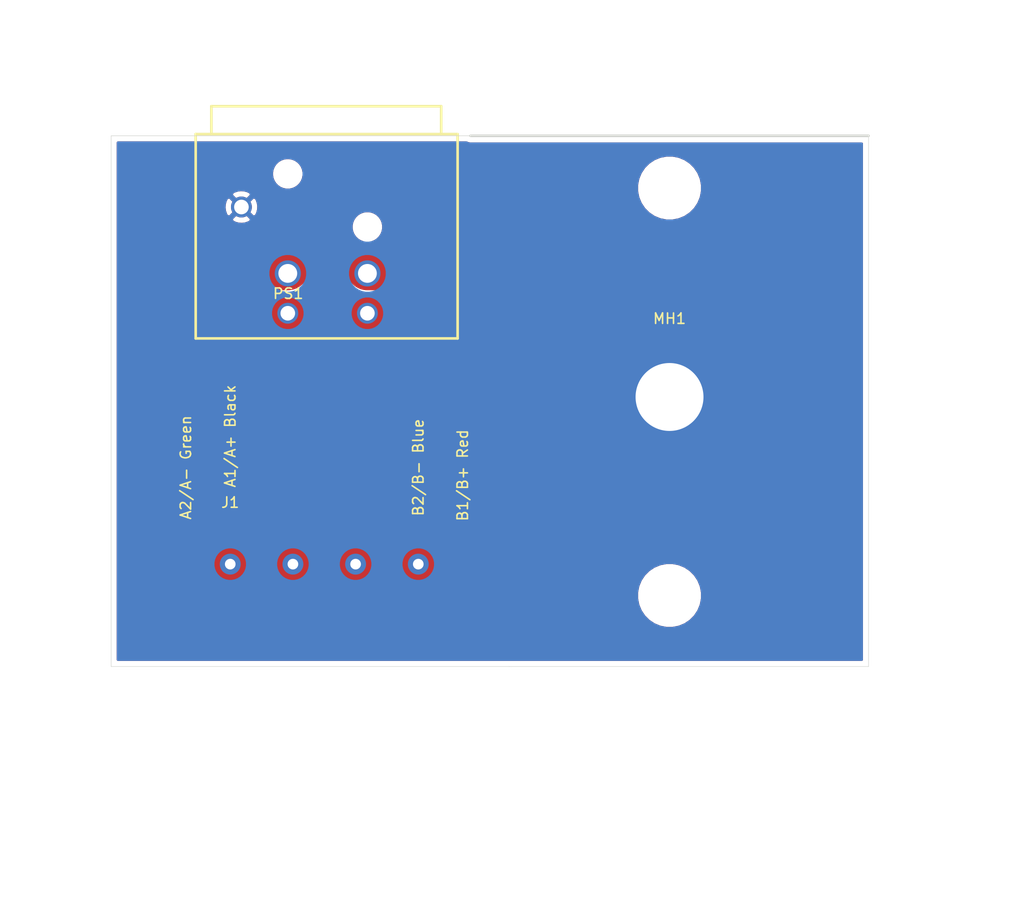
<source format=kicad_pcb>
(kicad_pcb (version 20171130) (host pcbnew "(5.1.10)-1")

  (general
    (thickness 1.6)
    (drawings 10)
    (tracks 16)
    (zones 0)
    (modules 3)
    (nets 6)
  )

  (page A4)
  (layers
    (0 F.Cu signal)
    (31 B.Cu signal)
    (32 B.Adhes user)
    (33 F.Adhes user)
    (34 B.Paste user)
    (35 F.Paste user)
    (36 B.SilkS user)
    (37 F.SilkS user)
    (38 B.Mask user)
    (39 F.Mask user)
    (40 Dwgs.User user)
    (41 Cmts.User user)
    (42 Eco1.User user)
    (43 Eco2.User user)
    (44 Edge.Cuts user)
    (45 Margin user)
    (46 B.CrtYd user)
    (47 F.CrtYd user)
    (48 B.Fab user)
    (49 F.Fab user)
  )

  (setup
    (last_trace_width 0.25)
    (user_trace_width 4)
    (trace_clearance 0.2)
    (zone_clearance 0.508)
    (zone_45_only no)
    (trace_min 0.2)
    (via_size 0.8)
    (via_drill 0.4)
    (via_min_size 0.4)
    (via_min_drill 0.3)
    (uvia_size 0.3)
    (uvia_drill 0.1)
    (uvias_allowed no)
    (uvia_min_size 0.2)
    (uvia_min_drill 0.1)
    (edge_width 0.05)
    (segment_width 0.2)
    (pcb_text_width 0.3)
    (pcb_text_size 1.5 1.5)
    (mod_edge_width 0.12)
    (mod_text_size 1 1)
    (mod_text_width 0.15)
    (pad_size 13 13)
    (pad_drill 6.5)
    (pad_to_mask_clearance 0)
    (aux_axis_origin 0 0)
    (visible_elements 7FFFFFFF)
    (pcbplotparams
      (layerselection 0x010fc_ffffffff)
      (usegerberextensions false)
      (usegerberattributes true)
      (usegerberadvancedattributes true)
      (creategerberjobfile true)
      (excludeedgelayer true)
      (linewidth 0.100000)
      (plotframeref false)
      (viasonmask false)
      (mode 1)
      (useauxorigin false)
      (hpglpennumber 1)
      (hpglpenspeed 20)
      (hpglpendiameter 15.000000)
      (psnegative false)
      (psa4output false)
      (plotreference true)
      (plotvalue true)
      (plotinvisibletext false)
      (padsonsilk false)
      (subtractmaskfromsilk false)
      (outputformat 1)
      (mirror false)
      (drillshape 0)
      (scaleselection 1)
      (outputdirectory "C:/Users/rdm8/Documents/GitHub/LiftingCircuit-Enclosure/Stepper_to_XLR_4/Stepper_to_XLR4_02/Gerber/Right/"))
  )

  (net 0 "")
  (net 1 "Net-(J1-Pad4)")
  (net 2 "Net-(J1-Pad3)")
  (net 3 "Net-(J1-Pad2)")
  (net 4 "Net-(J1-Pad1)")
  (net 5 GND)

  (net_class Default "This is the default net class."
    (clearance 0.2)
    (trace_width 0.25)
    (via_dia 0.8)
    (via_drill 0.4)
    (uvia_dia 0.3)
    (uvia_drill 0.1)
    (add_net GND)
    (add_net "Net-(J1-Pad1)")
    (add_net "Net-(J1-Pad2)")
    (add_net "Net-(J1-Pad3)")
    (add_net "Net-(J1-Pad4)")
  )

  (module MountingHole:MountingHole_6.5mm_Pad (layer F.Cu) (tedit 56D1B4CB) (tstamp 638959CC)
    (at 19.05 25)
    (descr "Mounting Hole 6.5mm")
    (tags "mounting hole 6.5mm")
    (path /62066693)
    (attr virtual)
    (fp_text reference MH1 (at 0 -7.5) (layer F.SilkS)
      (effects (font (size 1 1) (thickness 0.15)))
    )
    (fp_text value MountingHole (at 0 7.5) (layer F.Fab)
      (effects (font (size 1 1) (thickness 0.15)))
    )
    (fp_text user %R (at 0.3 0) (layer F.Fab)
      (effects (font (size 1 1) (thickness 0.15)))
    )
    (fp_circle (center 0 0) (end 6.5 0) (layer Cmts.User) (width 0.15))
    (fp_circle (center 0 0) (end 6.75 0) (layer F.CrtYd) (width 0.05))
    (pad 1 thru_hole circle (at 0 0) (size 13 13) (drill 6.5) (layers *.Cu *.Mask)
      (net 5 GND))
  )

  (module "Connector:1x4 Hole Header_4mm" (layer F.Cu) (tedit 62058BCD) (tstamp 63742A7C)
    (at -23 41)
    (path /6206135C)
    (fp_text reference J1 (at 0 -5.9) (layer F.SilkS)
      (effects (font (size 1 1) (thickness 0.15)))
    )
    (fp_text value Conn_01x04_Female (at -8 -9.75 90) (layer F.Fab)
      (effects (font (size 1 1) (thickness 0.15)))
    )
    (pad 4 thru_hole circle (at 18 0) (size 2 2) (drill 1.02) (layers *.Cu *.Mask)
      (net 1 "Net-(J1-Pad4)"))
    (pad 3 thru_hole circle (at 12 0) (size 2 2) (drill 1.02) (layers *.Cu *.Mask)
      (net 2 "Net-(J1-Pad3)"))
    (pad 2 thru_hole circle (at 6 0) (size 2 2) (drill 1.02) (layers *.Cu *.Mask)
      (net 3 "Net-(J1-Pad2)"))
    (pad 1 thru_hole circle (at 0 0) (size 2 2) (drill 1.02) (layers *.Cu *.Mask)
      (net 4 "Net-(J1-Pad1)"))
  )

  (module Connector:CONN-TH_NC4FBH_XLR4_Female_RA_Panel (layer F.Cu) (tedit 62057519) (tstamp 63742B6A)
    (at -15.9 11.9 180)
    (path /620637CE)
    (attr smd)
    (fp_text reference PS1 (at 0 -3.207) (layer F.SilkS)
      (effects (font (size 1 1) (thickness 0.15)) (justify right))
    )
    (fp_text value NC4FBH (at 0 -0.667) (layer F.Fab)
      (effects (font (size 1 1) (thickness 0.15)) (justify right))
    )
    (fp_circle (center 10.534 -7.62) (end 10.564 -7.62) (layer Eco2.User) (width 0.06))
    (fp_circle (center 6.03 5.085) (end 6.33 5.085) (layer Eco2.User) (width 0.6))
    (fp_circle (center -6.03 -5.085) (end -5.73 -5.085) (layer Eco2.User) (width 0.6))
    (fp_circle (center -6.03 -1.27) (end -5.63 -1.27) (layer Eco2.User) (width 0.8))
    (fp_circle (center 1.59 -1.27) (end 1.99 -1.27) (layer Eco2.User) (width 0.8))
    (fp_circle (center 1.59 -5.085) (end 1.89 -5.085) (layer Eco2.User) (width 0.6))
    (fp_circle (center -6.03 3.175) (end -5.63 3.175) (layer Eco2.User) (width 0.8))
    (fp_circle (center 1.59 8.255) (end 1.99 8.255) (layer Eco2.User) (width 0.8))
    (fp_line (start -14.793 -7.62) (end 10.534 -7.62) (layer F.CrtYd) (width 0.12))
    (fp_line (start 10.534 -7.62) (end 10.534 14.859) (layer F.CrtYd) (width 0.12))
    (fp_line (start 10.534 14.859) (end -14.793 14.859) (layer F.CrtYd) (width 0.12))
    (fp_line (start -14.793 14.859) (end -14.793 -7.62) (layer F.CrtYd) (width 0.12))
    (fp_line (start -13.093 14.732) (end -13.093 12.065) (layer F.SilkS) (width 0.254))
    (fp_line (start 8.907 14.732) (end 8.907 12.065) (layer F.SilkS) (width 0.254))
    (fp_line (start 10.407 12.065) (end 10.407 -7.493) (layer F.SilkS) (width 0.254))
    (fp_line (start 10.407 -7.493) (end -14.666 -7.493) (layer F.SilkS) (width 0.254))
    (fp_line (start -14.666 -7.493) (end -14.666 12.065) (layer F.SilkS) (width 0.254))
    (fp_line (start 10.407 12.065) (end -14.593 12.065) (layer F.SilkS) (width 0.254))
    (fp_line (start 8.907 14.732) (end -13.093 14.732) (layer F.SilkS) (width 0.254))
    (pad "" np_thru_hole circle (at -6.03 3.175 180) (size 1.8 1.8) (drill 1.8) (layers *.Cu *.Mask))
    (pad "" np_thru_hole circle (at 1.59 8.255 180) (size 1.8 1.8) (drill 1.8) (layers *.Cu *.Mask))
    (pad 5 thru_hole circle (at 6.03 5.085) (size 2 2) (drill 1.4) (layers *.Cu *.Mask)
      (net 5 GND))
    (pad 4 thru_hole circle (at -6.03 -5.085) (size 2 2) (drill 1.4) (layers *.Cu *.Mask)
      (net 1 "Net-(J1-Pad4)"))
    (pad 3 thru_hole circle (at -6.03 -1.27) (size 2.5 2.5) (drill 1.8) (layers *.Cu *.Mask)
      (net 2 "Net-(J1-Pad3)"))
    (pad 2 thru_hole circle (at 1.59 -1.27) (size 2.5 2.5) (drill 1.8) (layers *.Cu *.Mask)
      (net 3 "Net-(J1-Pad2)"))
    (pad 1 thru_hole circle (at 1.59 -5.085) (size 2 2) (drill 1.4) (layers *.Cu *.Mask)
      (net 4 "Net-(J1-Pad1)"))
    (model ${KIPRJMOD}/kicad_lceda.3dshapes/CONN-TH_NC4FBH.step
      (offset (xyz -2.2 -5.653 -4))
      (scale (xyz 1 1 1))
      (rotate (xyz 0 0 0))
    )
    (model ${KIPRJMOD}/kicad_lceda.3dshapes/CONN-TH_NC4FBH.wrl
      (offset (xyz -2.2 -5.653 -4))
      (scale (xyz 1 1 1))
      (rotate (xyz 0 0 0))
    )
  )

  (gr_line (start -34.4 0) (end 0 0) (layer Edge.Cuts) (width 0.05) (tstamp 63742C8C))
  (gr_line (start 3.7 50.8) (end 38.1 50.8) (layer Edge.Cuts) (width 0.05) (tstamp 63742C8C))
  (gr_text "B2/B- Blue\n" (at -5 31.75 90) (layer F.SilkS) (tstamp 63742A6A)
    (effects (font (size 1 1) (thickness 0.15)))
  )
  (gr_text "B1/B+ Red\n" (at -0.75 32.5 90) (layer F.SilkS) (tstamp 63742A6D)
    (effects (font (size 1 1) (thickness 0.15)))
  )
  (gr_text "A2/A- Green" (at -27.25 31.75 90) (layer F.SilkS) (tstamp 63742A70)
    (effects (font (size 1 1) (thickness 0.15)))
  )
  (gr_text "A1/A+ Black" (at -23 28.75 90) (layer F.SilkS) (tstamp 63742A73)
    (effects (font (size 1 1) (thickness 0.15)))
  )
  (gr_line (start 38.1 50.8) (end 38.1 0) (layer Edge.Cuts) (width 0.05) (tstamp 6205F184))
  (gr_line (start -34.4 50.8) (end 3.7 50.8) (layer Edge.Cuts) (width 0.05))
  (gr_line (start -34.4 0) (end -34.4 50.8) (layer Edge.Cuts) (width 0.05))
  (gr_line (start 0 0) (end 38.1 0) (layer Edge.Cuts) (width 0.25))

  (segment (start -5 21.855) (end -9.87 16.985) (width 4) (layer F.Cu) (net 1) (tstamp 63742AFA))
  (segment (start -5 41) (end -5 21.855) (width 4) (layer F.Cu) (net 1) (tstamp 63742AF7))
  (segment (start -8.130299 12.784991) (end -9.87 12.784991) (width 4) (layer F.Cu) (net 2) (tstamp 63742B0F))
  (segment (start -3.260299 45.20001) (end -0.79999 42.739701) (width 4) (layer F.Cu) (net 2) (tstamp 63742B0C))
  (segment (start -6.79999 45.20001) (end -3.260299 45.20001) (width 4) (layer F.Cu) (net 2) (tstamp 63742AFD))
  (segment (start -0.79999 20.115299) (end -8.130299 12.784991) (width 4) (layer F.Cu) (net 2) (tstamp 63742AF4))
  (segment (start -0.79999 42.739701) (end -0.79999 20.115299) (width 4) (layer F.Cu) (net 2) (tstamp 63742AF1))
  (segment (start -11 41) (end -6.79999 45.20001) (width 4) (layer F.Cu) (net 2) (tstamp 63742AEE))
  (segment (start -19.229701 12.784991) (end -17.49 12.784991) (width 4) (layer F.Cu) (net 3) (tstamp 63742B06))
  (segment (start -27.20001 20.755299) (end -19.229701 12.784991) (width 4) (layer F.Cu) (net 3) (tstamp 63742B09))
  (segment (start -27.20001 42.739701) (end -27.20001 20.755299) (width 4) (layer F.Cu) (net 3) (tstamp 63742B03))
  (segment (start -24.739701 45.20001) (end -27.20001 42.739701) (width 4) (layer F.Cu) (net 3) (tstamp 63742B00))
  (segment (start -21.20001 45.20001) (end -24.739701 45.20001) (width 4) (layer F.Cu) (net 3) (tstamp 63742AE8))
  (segment (start -17 41) (end -21.20001 45.20001) (width 4) (layer F.Cu) (net 3) (tstamp 63742AEB))
  (segment (start -23 22.495) (end -17.49 16.985) (width 4) (layer F.Cu) (net 4) (tstamp 63742AE5))
  (segment (start -23 41) (end -23 22.495) (width 4) (layer F.Cu) (net 4) (tstamp 63742AE2))

  (zone (net 5) (net_name GND) (layer F.Cu) (tstamp 63748F08) (hatch edge 0.508)
    (connect_pads (clearance 0.508))
    (min_thickness 0.254)
    (fill yes (arc_segments 32) (thermal_gap 0.508) (thermal_bridge_width 0.508))
    (polygon
      (pts
        (xy 48.96183 74.25) (xy -45.03817 75.25) (xy -45.03817 -12.75) (xy 48.96183 -12.75)
      )
    )
    (filled_polygon
      (pts
        (xy -0.292247 0.705546) (xy -0.148986 0.749003) (xy -0.037333 0.76) (xy 37.440001 0.76) (xy 37.44 50.14)
        (xy -33.74 50.14) (xy -33.74 20.755299) (xy -29.847758 20.755299) (xy -29.835009 20.884743) (xy -29.83501 42.610267)
        (xy -29.847758 42.739701) (xy -29.83501 42.869135) (xy -29.83501 42.869142) (xy -29.796883 43.25625) (xy -29.646211 43.75295)
        (xy -29.401533 44.210711) (xy -29.072251 44.611942) (xy -28.971704 44.694459) (xy -26.694455 46.971709) (xy -26.611942 47.072251)
        (xy -26.210712 47.401533) (xy -25.752951 47.646211) (xy -25.256252 47.796883) (xy -25.204743 47.801956) (xy -24.869143 47.83501)
        (xy -24.869136 47.83501) (xy -24.739702 47.847758) (xy -24.610268 47.83501) (xy -21.329444 47.83501) (xy -21.20001 47.847758)
        (xy -21.070576 47.83501) (xy -21.070568 47.83501) (xy -20.68346 47.796883) (xy -20.18676 47.646211) (xy -19.728999 47.401533)
        (xy -19.327769 47.072251) (xy -19.245252 46.971704) (xy -15.045245 42.771698) (xy -14.798478 42.471011) (xy -14.553799 42.01325)
        (xy -14.403127 41.516551) (xy -14.352252 41.000001) (xy -14.352252 41) (xy -13.647748 41) (xy -13.596873 41.516549)
        (xy -13.446201 42.013249) (xy -13.201522 42.47101) (xy -12.954755 42.771697) (xy -8.754744 46.971709) (xy -8.672231 47.072251)
        (xy -8.271001 47.401533) (xy -7.81324 47.646211) (xy -7.316541 47.796883) (xy -7.265032 47.801956) (xy -6.929432 47.83501)
        (xy -6.929425 47.83501) (xy -6.799991 47.847758) (xy -6.670557 47.83501) (xy -3.389733 47.83501) (xy -3.260299 47.847758)
        (xy -3.130865 47.83501) (xy -3.130857 47.83501) (xy -2.743749 47.796883) (xy -2.247049 47.646211) (xy -1.789288 47.401533)
        (xy -1.388058 47.072251) (xy -1.305541 46.971704) (xy 0.97171 44.694454) (xy 1.072251 44.611942) (xy 1.401533 44.210712)
        (xy 1.646211 43.752951) (xy 1.664934 43.691229) (xy 15.915 43.691229) (xy 15.915 44.308771) (xy 16.035476 44.914446)
        (xy 16.271799 45.484979) (xy 16.614886 45.998446) (xy 17.051554 46.435114) (xy 17.565021 46.778201) (xy 18.135554 47.014524)
        (xy 18.741229 47.135) (xy 19.358771 47.135) (xy 19.964446 47.014524) (xy 20.534979 46.778201) (xy 21.048446 46.435114)
        (xy 21.485114 45.998446) (xy 21.828201 45.484979) (xy 22.064524 44.914446) (xy 22.185 44.308771) (xy 22.185 43.691229)
        (xy 22.064524 43.085554) (xy 21.828201 42.515021) (xy 21.485114 42.001554) (xy 21.048446 41.564886) (xy 20.534979 41.221799)
        (xy 19.964446 40.985476) (xy 19.358771 40.865) (xy 18.741229 40.865) (xy 18.135554 40.985476) (xy 17.565021 41.221799)
        (xy 17.051554 41.564886) (xy 16.614886 42.001554) (xy 16.271799 42.515021) (xy 16.035476 43.085554) (xy 15.915 43.691229)
        (xy 1.664934 43.691229) (xy 1.693557 43.596873) (xy 1.796883 43.256252) (xy 1.813695 43.085554) (xy 1.83501 42.869143)
        (xy 1.83501 42.869136) (xy 1.847758 42.739702) (xy 1.83501 42.610268) (xy 1.83501 20.244733) (xy 1.847758 20.115299)
        (xy 1.83501 19.985865) (xy 1.83501 19.985857) (xy 1.796883 19.598749) (xy 1.646211 19.102049) (xy 1.401533 18.644288)
        (xy 1.072251 18.243058) (xy 0.971703 18.16054) (xy -6.175536 11.013303) (xy -6.258058 10.91275) (xy -6.659288 10.583468)
        (xy -7.117049 10.33879) (xy -7.613749 10.188118) (xy -8.000857 10.149991) (xy -8.000865 10.149991) (xy -8.130299 10.137243)
        (xy -8.259733 10.149991) (xy -9.299084 10.149991) (xy -9.142905 10.085299) (xy -8.891495 9.917312) (xy -8.677688 9.703505)
        (xy -8.509701 9.452095) (xy -8.393989 9.172743) (xy -8.335 8.876184) (xy -8.335 8.573816) (xy -8.393989 8.277257)
        (xy -8.509701 7.997905) (xy -8.677688 7.746495) (xy -8.891495 7.532688) (xy -9.142905 7.364701) (xy -9.422257 7.248989)
        (xy -9.718816 7.19) (xy -10.021184 7.19) (xy -10.317743 7.248989) (xy -10.597095 7.364701) (xy -10.848505 7.532688)
        (xy -11.062312 7.746495) (xy -11.230299 7.997905) (xy -11.346011 8.277257) (xy -11.405 8.573816) (xy -11.405 8.876184)
        (xy -11.346011 9.172743) (xy -11.230299 9.452095) (xy -11.062312 9.703505) (xy -10.848505 9.917312) (xy -10.597095 10.085299)
        (xy -10.356108 10.18512) (xy -10.38655 10.188118) (xy -10.88325 10.33879) (xy -11.341011 10.583468) (xy -11.742241 10.91275)
        (xy -12.071523 11.31398) (xy -12.316201 11.771741) (xy -12.466873 12.268441) (xy -12.517749 12.784991) (xy -12.466873 13.301541)
        (xy -12.316201 13.798241) (xy -12.071523 14.256002) (xy -11.742241 14.657232) (xy -11.46471 14.884996) (xy -11.742241 15.112759)
        (xy -12.071522 15.51399) (xy -12.316201 15.971751) (xy -12.466873 16.468451) (xy -12.517748 16.985) (xy -12.466873 17.501549)
        (xy -12.316201 17.998249) (xy -12.071522 18.45601) (xy -11.824755 18.756697) (xy -7.634999 22.946454) (xy -7.635 40.638548)
        (xy -9.228303 39.045245) (xy -9.52899 38.798478) (xy -9.986751 38.553799) (xy -10.483451 38.403127) (xy -11 38.352252)
        (xy -11.516549 38.403127) (xy -12.013249 38.553799) (xy -12.47101 38.798478) (xy -12.872241 39.127759) (xy -13.201522 39.52899)
        (xy -13.446201 39.986751) (xy -13.596873 40.483451) (xy -13.647748 41) (xy -14.352252 41) (xy -14.403127 40.483451)
        (xy -14.553799 39.986751) (xy -14.798478 39.52899) (xy -15.127759 39.127759) (xy -15.52899 38.798478) (xy -15.986751 38.553799)
        (xy -16.483451 38.403127) (xy -17.000001 38.352252) (xy -17.516551 38.403127) (xy -18.01325 38.553799) (xy -18.471011 38.798478)
        (xy -18.771698 39.045245) (xy -20.365 40.638547) (xy -20.365 23.586452) (xy -15.535245 18.756697) (xy -15.288478 18.456011)
        (xy -15.043799 17.99825) (xy -14.893127 17.50155) (xy -14.842252 16.985) (xy -14.893127 16.46845) (xy -15.043799 15.971751)
        (xy -15.288478 15.51399) (xy -15.617759 15.112759) (xy -15.89529 14.884996) (xy -15.617759 14.657232) (xy -15.288477 14.256002)
        (xy -15.043799 13.798241) (xy -14.893127 13.301541) (xy -14.842251 12.784991) (xy -14.893127 12.268441) (xy -15.043799 11.771741)
        (xy -15.288477 11.31398) (xy -15.617759 10.91275) (xy -16.018989 10.583468) (xy -16.47675 10.33879) (xy -16.97345 10.188118)
        (xy -17.360558 10.149991) (xy -19.100268 10.149991) (xy -19.229702 10.137243) (xy -19.359136 10.149991) (xy -19.359143 10.149991)
        (xy -19.694743 10.183045) (xy -19.746252 10.188118) (xy -19.983215 10.26) (xy -20.242951 10.33879) (xy -20.700712 10.583468)
        (xy -21.101942 10.91275) (xy -21.184455 11.013292) (xy -28.971708 18.800545) (xy -29.07225 18.883058) (xy -29.401532 19.284288)
        (xy -29.468084 19.408799) (xy -29.646211 19.74205) (xy -29.796883 20.238749) (xy -29.847758 20.755299) (xy -33.74 20.755299)
        (xy -33.74 7.950413) (xy -22.885808 7.950413) (xy -22.790044 8.214814) (xy -22.500429 8.355704) (xy -22.188892 8.437384)
        (xy -21.867405 8.456718) (xy -21.548325 8.412961) (xy -21.243912 8.307795) (xy -21.069956 8.214814) (xy -20.974192 7.950413)
        (xy -21.93 6.994605) (xy -22.885808 7.950413) (xy -33.74 7.950413) (xy -33.74 6.877595) (xy -23.571718 6.877595)
        (xy -23.527961 7.196675) (xy -23.422795 7.501088) (xy -23.329814 7.675044) (xy -23.065413 7.770808) (xy -22.109605 6.815)
        (xy -21.750395 6.815) (xy -20.794587 7.770808) (xy -20.530186 7.675044) (xy -20.389296 7.385429) (xy -20.307616 7.073892)
        (xy -20.288282 6.752405) (xy -20.332039 6.433325) (xy -20.437205 6.128912) (xy -20.530186 5.954956) (xy -20.794587 5.859192)
        (xy -21.750395 6.815) (xy -22.109605 6.815) (xy -23.065413 5.859192) (xy -23.329814 5.954956) (xy -23.470704 6.244571)
        (xy -23.552384 6.556108) (xy -23.571718 6.877595) (xy -33.74 6.877595) (xy -33.74 5.679587) (xy -22.885808 5.679587)
        (xy -21.93 6.635395) (xy -20.974192 5.679587) (xy -21.069956 5.415186) (xy -21.359571 5.274296) (xy -21.671108 5.192616)
        (xy -21.992595 5.173282) (xy -22.311675 5.217039) (xy -22.616088 5.322205) (xy -22.790044 5.415186) (xy -22.885808 5.679587)
        (xy -33.74 5.679587) (xy -33.74 3.493816) (xy -19.025 3.493816) (xy -19.025 3.796184) (xy -18.966011 4.092743)
        (xy -18.850299 4.372095) (xy -18.682312 4.623505) (xy -18.468505 4.837312) (xy -18.217095 5.005299) (xy -17.937743 5.121011)
        (xy -17.641184 5.18) (xy -17.338816 5.18) (xy -17.042257 5.121011) (xy -16.762905 5.005299) (xy -16.511495 4.837312)
        (xy -16.365412 4.691229) (xy 15.915 4.691229) (xy 15.915 5.308771) (xy 16.035476 5.914446) (xy 16.271799 6.484979)
        (xy 16.614886 6.998446) (xy 17.051554 7.435114) (xy 17.565021 7.778201) (xy 18.135554 8.014524) (xy 18.741229 8.135)
        (xy 19.358771 8.135) (xy 19.964446 8.014524) (xy 20.534979 7.778201) (xy 21.048446 7.435114) (xy 21.485114 6.998446)
        (xy 21.828201 6.484979) (xy 22.064524 5.914446) (xy 22.185 5.308771) (xy 22.185 4.691229) (xy 22.064524 4.085554)
        (xy 21.828201 3.515021) (xy 21.485114 3.001554) (xy 21.048446 2.564886) (xy 20.534979 2.221799) (xy 19.964446 1.985476)
        (xy 19.358771 1.865) (xy 18.741229 1.865) (xy 18.135554 1.985476) (xy 17.565021 2.221799) (xy 17.051554 2.564886)
        (xy 16.614886 3.001554) (xy 16.271799 3.515021) (xy 16.035476 4.085554) (xy 15.915 4.691229) (xy -16.365412 4.691229)
        (xy -16.297688 4.623505) (xy -16.129701 4.372095) (xy -16.013989 4.092743) (xy -15.955 3.796184) (xy -15.955 3.493816)
        (xy -16.013989 3.197257) (xy -16.129701 2.917905) (xy -16.297688 2.666495) (xy -16.511495 2.452688) (xy -16.762905 2.284701)
        (xy -17.042257 2.168989) (xy -17.338816 2.11) (xy -17.641184 2.11) (xy -17.937743 2.168989) (xy -18.217095 2.284701)
        (xy -18.468505 2.452688) (xy -18.682312 2.666495) (xy -18.850299 2.917905) (xy -18.966011 3.197257) (xy -19.025 3.493816)
        (xy -33.74 3.493816) (xy -33.74 0.66) (xy -0.377456 0.66)
      )
    )
  )
  (zone (net 5) (net_name GND) (layer B.Cu) (tstamp 63748F05) (hatch edge 0.508)
    (connect_pads (clearance 0.508))
    (min_thickness 0.254)
    (fill yes (arc_segments 32) (thermal_gap 0.508) (thermal_bridge_width 0.508))
    (polygon
      (pts
        (xy 52.991927 75) (xy -41.008073 75) (xy -41.008073 -13) (xy 52.991927 -13)
      )
    )
    (filled_polygon
      (pts
        (xy -0.292247 0.705546) (xy -0.148986 0.749003) (xy -0.037333 0.76) (xy 37.440001 0.76) (xy 37.44 50.14)
        (xy -33.74 50.14) (xy -33.74 43.691229) (xy 15.915 43.691229) (xy 15.915 44.308771) (xy 16.035476 44.914446)
        (xy 16.271799 45.484979) (xy 16.614886 45.998446) (xy 17.051554 46.435114) (xy 17.565021 46.778201) (xy 18.135554 47.014524)
        (xy 18.741229 47.135) (xy 19.358771 47.135) (xy 19.964446 47.014524) (xy 20.534979 46.778201) (xy 21.048446 46.435114)
        (xy 21.485114 45.998446) (xy 21.828201 45.484979) (xy 22.064524 44.914446) (xy 22.185 44.308771) (xy 22.185 43.691229)
        (xy 22.064524 43.085554) (xy 21.828201 42.515021) (xy 21.485114 42.001554) (xy 21.048446 41.564886) (xy 20.534979 41.221799)
        (xy 19.964446 40.985476) (xy 19.358771 40.865) (xy 18.741229 40.865) (xy 18.135554 40.985476) (xy 17.565021 41.221799)
        (xy 17.051554 41.564886) (xy 16.614886 42.001554) (xy 16.271799 42.515021) (xy 16.035476 43.085554) (xy 15.915 43.691229)
        (xy -33.74 43.691229) (xy -33.74 40.838967) (xy -24.635 40.838967) (xy -24.635 41.161033) (xy -24.572168 41.476912)
        (xy -24.448918 41.774463) (xy -24.269987 42.042252) (xy -24.042252 42.269987) (xy -23.774463 42.448918) (xy -23.476912 42.572168)
        (xy -23.161033 42.635) (xy -22.838967 42.635) (xy -22.523088 42.572168) (xy -22.225537 42.448918) (xy -21.957748 42.269987)
        (xy -21.730013 42.042252) (xy -21.551082 41.774463) (xy -21.427832 41.476912) (xy -21.365 41.161033) (xy -21.365 40.838967)
        (xy -18.635 40.838967) (xy -18.635 41.161033) (xy -18.572168 41.476912) (xy -18.448918 41.774463) (xy -18.269987 42.042252)
        (xy -18.042252 42.269987) (xy -17.774463 42.448918) (xy -17.476912 42.572168) (xy -17.161033 42.635) (xy -16.838967 42.635)
        (xy -16.523088 42.572168) (xy -16.225537 42.448918) (xy -15.957748 42.269987) (xy -15.730013 42.042252) (xy -15.551082 41.774463)
        (xy -15.427832 41.476912) (xy -15.365 41.161033) (xy -15.365 40.838967) (xy -12.635 40.838967) (xy -12.635 41.161033)
        (xy -12.572168 41.476912) (xy -12.448918 41.774463) (xy -12.269987 42.042252) (xy -12.042252 42.269987) (xy -11.774463 42.448918)
        (xy -11.476912 42.572168) (xy -11.161033 42.635) (xy -10.838967 42.635) (xy -10.523088 42.572168) (xy -10.225537 42.448918)
        (xy -9.957748 42.269987) (xy -9.730013 42.042252) (xy -9.551082 41.774463) (xy -9.427832 41.476912) (xy -9.365 41.161033)
        (xy -9.365 40.838967) (xy -6.635 40.838967) (xy -6.635 41.161033) (xy -6.572168 41.476912) (xy -6.448918 41.774463)
        (xy -6.269987 42.042252) (xy -6.042252 42.269987) (xy -5.774463 42.448918) (xy -5.476912 42.572168) (xy -5.161033 42.635)
        (xy -4.838967 42.635) (xy -4.523088 42.572168) (xy -4.225537 42.448918) (xy -3.957748 42.269987) (xy -3.730013 42.042252)
        (xy -3.551082 41.774463) (xy -3.427832 41.476912) (xy -3.365 41.161033) (xy -3.365 40.838967) (xy -3.427832 40.523088)
        (xy -3.551082 40.225537) (xy -3.730013 39.957748) (xy -3.957748 39.730013) (xy -4.225537 39.551082) (xy -4.523088 39.427832)
        (xy -4.838967 39.365) (xy -5.161033 39.365) (xy -5.476912 39.427832) (xy -5.774463 39.551082) (xy -6.042252 39.730013)
        (xy -6.269987 39.957748) (xy -6.448918 40.225537) (xy -6.572168 40.523088) (xy -6.635 40.838967) (xy -9.365 40.838967)
        (xy -9.427832 40.523088) (xy -9.551082 40.225537) (xy -9.730013 39.957748) (xy -9.957748 39.730013) (xy -10.225537 39.551082)
        (xy -10.523088 39.427832) (xy -10.838967 39.365) (xy -11.161033 39.365) (xy -11.476912 39.427832) (xy -11.774463 39.551082)
        (xy -12.042252 39.730013) (xy -12.269987 39.957748) (xy -12.448918 40.225537) (xy -12.572168 40.523088) (xy -12.635 40.838967)
        (xy -15.365 40.838967) (xy -15.427832 40.523088) (xy -15.551082 40.225537) (xy -15.730013 39.957748) (xy -15.957748 39.730013)
        (xy -16.225537 39.551082) (xy -16.523088 39.427832) (xy -16.838967 39.365) (xy -17.161033 39.365) (xy -17.476912 39.427832)
        (xy -17.774463 39.551082) (xy -18.042252 39.730013) (xy -18.269987 39.957748) (xy -18.448918 40.225537) (xy -18.572168 40.523088)
        (xy -18.635 40.838967) (xy -21.365 40.838967) (xy -21.427832 40.523088) (xy -21.551082 40.225537) (xy -21.730013 39.957748)
        (xy -21.957748 39.730013) (xy -22.225537 39.551082) (xy -22.523088 39.427832) (xy -22.838967 39.365) (xy -23.161033 39.365)
        (xy -23.476912 39.427832) (xy -23.774463 39.551082) (xy -24.042252 39.730013) (xy -24.269987 39.957748) (xy -24.448918 40.225537)
        (xy -24.572168 40.523088) (xy -24.635 40.838967) (xy -33.74 40.838967) (xy -33.74 16.823967) (xy -19.125 16.823967)
        (xy -19.125 17.146033) (xy -19.062168 17.461912) (xy -18.938918 17.759463) (xy -18.759987 18.027252) (xy -18.532252 18.254987)
        (xy -18.264463 18.433918) (xy -17.966912 18.557168) (xy -17.651033 18.62) (xy -17.328967 18.62) (xy -17.013088 18.557168)
        (xy -16.715537 18.433918) (xy -16.447748 18.254987) (xy -16.220013 18.027252) (xy -16.041082 17.759463) (xy -15.917832 17.461912)
        (xy -15.855 17.146033) (xy -15.855 16.823967) (xy -11.505 16.823967) (xy -11.505 17.146033) (xy -11.442168 17.461912)
        (xy -11.318918 17.759463) (xy -11.139987 18.027252) (xy -10.912252 18.254987) (xy -10.644463 18.433918) (xy -10.346912 18.557168)
        (xy -10.031033 18.62) (xy -9.708967 18.62) (xy -9.393088 18.557168) (xy -9.095537 18.433918) (xy -8.827748 18.254987)
        (xy -8.600013 18.027252) (xy -8.421082 17.759463) (xy -8.297832 17.461912) (xy -8.235 17.146033) (xy -8.235 16.823967)
        (xy -8.297832 16.508088) (xy -8.421082 16.210537) (xy -8.600013 15.942748) (xy -8.827748 15.715013) (xy -9.095537 15.536082)
        (xy -9.393088 15.412832) (xy -9.708967 15.35) (xy -10.031033 15.35) (xy -10.346912 15.412832) (xy -10.644463 15.536082)
        (xy -10.912252 15.715013) (xy -11.139987 15.942748) (xy -11.318918 16.210537) (xy -11.442168 16.508088) (xy -11.505 16.823967)
        (xy -15.855 16.823967) (xy -15.917832 16.508088) (xy -16.041082 16.210537) (xy -16.220013 15.942748) (xy -16.447748 15.715013)
        (xy -16.715537 15.536082) (xy -17.013088 15.412832) (xy -17.328967 15.35) (xy -17.651033 15.35) (xy -17.966912 15.412832)
        (xy -18.264463 15.536082) (xy -18.532252 15.715013) (xy -18.759987 15.942748) (xy -18.938918 16.210537) (xy -19.062168 16.508088)
        (xy -19.125 16.823967) (xy -33.74 16.823967) (xy -33.74 12.984344) (xy -19.375 12.984344) (xy -19.375 13.355656)
        (xy -19.302561 13.719834) (xy -19.160466 14.062882) (xy -18.954175 14.371618) (xy -18.691618 14.634175) (xy -18.382882 14.840466)
        (xy -18.039834 14.982561) (xy -17.675656 15.055) (xy -17.304344 15.055) (xy -16.940166 14.982561) (xy -16.597118 14.840466)
        (xy -16.288382 14.634175) (xy -16.025825 14.371618) (xy -15.819534 14.062882) (xy -15.677439 13.719834) (xy -15.605 13.355656)
        (xy -15.605 12.984344) (xy -11.755 12.984344) (xy -11.755 13.355656) (xy -11.682561 13.719834) (xy -11.540466 14.062882)
        (xy -11.334175 14.371618) (xy -11.071618 14.634175) (xy -10.762882 14.840466) (xy -10.419834 14.982561) (xy -10.055656 15.055)
        (xy -9.684344 15.055) (xy -9.320166 14.982561) (xy -8.977118 14.840466) (xy -8.668382 14.634175) (xy -8.405825 14.371618)
        (xy -8.199534 14.062882) (xy -8.057439 13.719834) (xy -7.985 13.355656) (xy -7.985 12.984344) (xy -8.057439 12.620166)
        (xy -8.199534 12.277118) (xy -8.405825 11.968382) (xy -8.668382 11.705825) (xy -8.977118 11.499534) (xy -9.320166 11.357439)
        (xy -9.684344 11.285) (xy -10.055656 11.285) (xy -10.419834 11.357439) (xy -10.762882 11.499534) (xy -11.071618 11.705825)
        (xy -11.334175 11.968382) (xy -11.540466 12.277118) (xy -11.682561 12.620166) (xy -11.755 12.984344) (xy -15.605 12.984344)
        (xy -15.677439 12.620166) (xy -15.819534 12.277118) (xy -16.025825 11.968382) (xy -16.288382 11.705825) (xy -16.597118 11.499534)
        (xy -16.940166 11.357439) (xy -17.304344 11.285) (xy -17.675656 11.285) (xy -18.039834 11.357439) (xy -18.382882 11.499534)
        (xy -18.691618 11.705825) (xy -18.954175 11.968382) (xy -19.160466 12.277118) (xy -19.302561 12.620166) (xy -19.375 12.984344)
        (xy -33.74 12.984344) (xy -33.74 8.573816) (xy -11.405 8.573816) (xy -11.405 8.876184) (xy -11.346011 9.172743)
        (xy -11.230299 9.452095) (xy -11.062312 9.703505) (xy -10.848505 9.917312) (xy -10.597095 10.085299) (xy -10.317743 10.201011)
        (xy -10.021184 10.26) (xy -9.718816 10.26) (xy -9.422257 10.201011) (xy -9.142905 10.085299) (xy -8.891495 9.917312)
        (xy -8.677688 9.703505) (xy -8.509701 9.452095) (xy -8.393989 9.172743) (xy -8.335 8.876184) (xy -8.335 8.573816)
        (xy -8.393989 8.277257) (xy -8.509701 7.997905) (xy -8.677688 7.746495) (xy -8.891495 7.532688) (xy -9.142905 7.364701)
        (xy -9.422257 7.248989) (xy -9.718816 7.19) (xy -10.021184 7.19) (xy -10.317743 7.248989) (xy -10.597095 7.364701)
        (xy -10.848505 7.532688) (xy -11.062312 7.746495) (xy -11.230299 7.997905) (xy -11.346011 8.277257) (xy -11.405 8.573816)
        (xy -33.74 8.573816) (xy -33.74 7.950413) (xy -22.885808 7.950413) (xy -22.790044 8.214814) (xy -22.500429 8.355704)
        (xy -22.188892 8.437384) (xy -21.867405 8.456718) (xy -21.548325 8.412961) (xy -21.243912 8.307795) (xy -21.069956 8.214814)
        (xy -20.974192 7.950413) (xy -21.93 6.994605) (xy -22.885808 7.950413) (xy -33.74 7.950413) (xy -33.74 6.877595)
        (xy -23.571718 6.877595) (xy -23.527961 7.196675) (xy -23.422795 7.501088) (xy -23.329814 7.675044) (xy -23.065413 7.770808)
        (xy -22.109605 6.815) (xy -21.750395 6.815) (xy -20.794587 7.770808) (xy -20.530186 7.675044) (xy -20.389296 7.385429)
        (xy -20.307616 7.073892) (xy -20.288282 6.752405) (xy -20.332039 6.433325) (xy -20.437205 6.128912) (xy -20.530186 5.954956)
        (xy -20.794587 5.859192) (xy -21.750395 6.815) (xy -22.109605 6.815) (xy -23.065413 5.859192) (xy -23.329814 5.954956)
        (xy -23.470704 6.244571) (xy -23.552384 6.556108) (xy -23.571718 6.877595) (xy -33.74 6.877595) (xy -33.74 5.679587)
        (xy -22.885808 5.679587) (xy -21.93 6.635395) (xy -20.974192 5.679587) (xy -21.069956 5.415186) (xy -21.359571 5.274296)
        (xy -21.671108 5.192616) (xy -21.992595 5.173282) (xy -22.311675 5.217039) (xy -22.616088 5.322205) (xy -22.790044 5.415186)
        (xy -22.885808 5.679587) (xy -33.74 5.679587) (xy -33.74 3.493816) (xy -19.025 3.493816) (xy -19.025 3.796184)
        (xy -18.966011 4.092743) (xy -18.850299 4.372095) (xy -18.682312 4.623505) (xy -18.468505 4.837312) (xy -18.217095 5.005299)
        (xy -17.937743 5.121011) (xy -17.641184 5.18) (xy -17.338816 5.18) (xy -17.042257 5.121011) (xy -16.762905 5.005299)
        (xy -16.511495 4.837312) (xy -16.365412 4.691229) (xy 15.915 4.691229) (xy 15.915 5.308771) (xy 16.035476 5.914446)
        (xy 16.271799 6.484979) (xy 16.614886 6.998446) (xy 17.051554 7.435114) (xy 17.565021 7.778201) (xy 18.135554 8.014524)
        (xy 18.741229 8.135) (xy 19.358771 8.135) (xy 19.964446 8.014524) (xy 20.534979 7.778201) (xy 21.048446 7.435114)
        (xy 21.485114 6.998446) (xy 21.828201 6.484979) (xy 22.064524 5.914446) (xy 22.185 5.308771) (xy 22.185 4.691229)
        (xy 22.064524 4.085554) (xy 21.828201 3.515021) (xy 21.485114 3.001554) (xy 21.048446 2.564886) (xy 20.534979 2.221799)
        (xy 19.964446 1.985476) (xy 19.358771 1.865) (xy 18.741229 1.865) (xy 18.135554 1.985476) (xy 17.565021 2.221799)
        (xy 17.051554 2.564886) (xy 16.614886 3.001554) (xy 16.271799 3.515021) (xy 16.035476 4.085554) (xy 15.915 4.691229)
        (xy -16.365412 4.691229) (xy -16.297688 4.623505) (xy -16.129701 4.372095) (xy -16.013989 4.092743) (xy -15.955 3.796184)
        (xy -15.955 3.493816) (xy -16.013989 3.197257) (xy -16.129701 2.917905) (xy -16.297688 2.666495) (xy -16.511495 2.452688)
        (xy -16.762905 2.284701) (xy -17.042257 2.168989) (xy -17.338816 2.11) (xy -17.641184 2.11) (xy -17.937743 2.168989)
        (xy -18.217095 2.284701) (xy -18.468505 2.452688) (xy -18.682312 2.666495) (xy -18.850299 2.917905) (xy -18.966011 3.197257)
        (xy -19.025 3.493816) (xy -33.74 3.493816) (xy -33.74 0.66) (xy -0.377456 0.66)
      )
    )
  )
)

</source>
